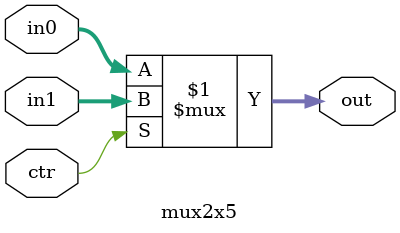
<source format=v>
/*
该模块为5位2选1选择器
输入有 in0, in1(5位 待选数据); ctr(1位 选择信号)
输出有 out(5位 选择的数据)
*/
module mux2x5(in0, in1, ctr, out);
input [4:0] in1, in0;
input ctr;
output [4:0] out;
assign out = ctr?in1:in0;
endmodule
</source>
